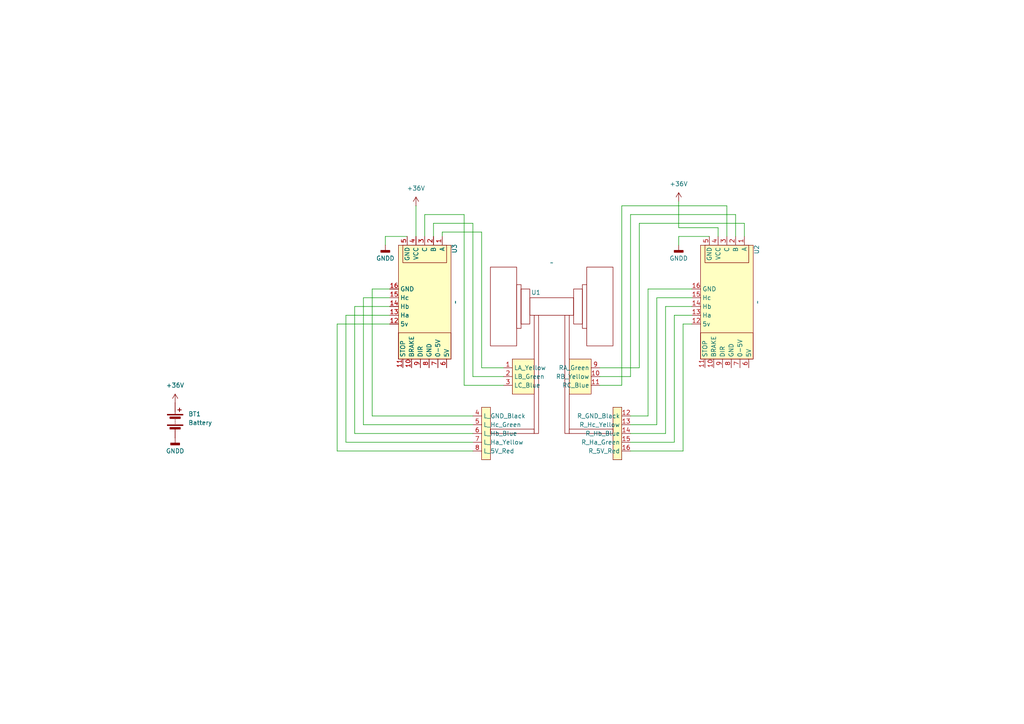
<source format=kicad_sch>
(kicad_sch
	(version 20231120)
	(generator "eeschema")
	(generator_version "8.0")
	(uuid "2cb1c0e0-587f-4d8b-8b6d-901ce270f5f3")
	(paper "A4")
	(lib_symbols
		(symbol "Device:Battery"
			(pin_numbers hide)
			(pin_names
				(offset 0) hide)
			(exclude_from_sim no)
			(in_bom yes)
			(on_board yes)
			(property "Reference" "BT"
				(at 2.54 2.54 0)
				(effects
					(font
						(size 1.27 1.27)
					)
					(justify left)
				)
			)
			(property "Value" "Battery"
				(at 2.54 0 0)
				(effects
					(font
						(size 1.27 1.27)
					)
					(justify left)
				)
			)
			(property "Footprint" ""
				(at 0 1.524 90)
				(effects
					(font
						(size 1.27 1.27)
					)
					(hide yes)
				)
			)
			(property "Datasheet" "~"
				(at 0 1.524 90)
				(effects
					(font
						(size 1.27 1.27)
					)
					(hide yes)
				)
			)
			(property "Description" "Multiple-cell battery"
				(at 0 0 0)
				(effects
					(font
						(size 1.27 1.27)
					)
					(hide yes)
				)
			)
			(property "ki_keywords" "batt voltage-source cell"
				(at 0 0 0)
				(effects
					(font
						(size 1.27 1.27)
					)
					(hide yes)
				)
			)
			(symbol "Battery_0_1"
				(rectangle
					(start -2.286 -1.27)
					(end 2.286 -1.524)
					(stroke
						(width 0)
						(type default)
					)
					(fill
						(type outline)
					)
				)
				(rectangle
					(start -2.286 1.778)
					(end 2.286 1.524)
					(stroke
						(width 0)
						(type default)
					)
					(fill
						(type outline)
					)
				)
				(rectangle
					(start -1.524 -2.032)
					(end 1.524 -2.54)
					(stroke
						(width 0)
						(type default)
					)
					(fill
						(type outline)
					)
				)
				(rectangle
					(start -1.524 1.016)
					(end 1.524 0.508)
					(stroke
						(width 0)
						(type default)
					)
					(fill
						(type outline)
					)
				)
				(polyline
					(pts
						(xy 0 -1.016) (xy 0 -0.762)
					)
					(stroke
						(width 0)
						(type default)
					)
					(fill
						(type none)
					)
				)
				(polyline
					(pts
						(xy 0 -0.508) (xy 0 -0.254)
					)
					(stroke
						(width 0)
						(type default)
					)
					(fill
						(type none)
					)
				)
				(polyline
					(pts
						(xy 0 0) (xy 0 0.254)
					)
					(stroke
						(width 0)
						(type default)
					)
					(fill
						(type none)
					)
				)
				(polyline
					(pts
						(xy 0 1.778) (xy 0 2.54)
					)
					(stroke
						(width 0)
						(type default)
					)
					(fill
						(type none)
					)
				)
				(polyline
					(pts
						(xy 0.762 3.048) (xy 1.778 3.048)
					)
					(stroke
						(width 0.254)
						(type default)
					)
					(fill
						(type none)
					)
				)
				(polyline
					(pts
						(xy 1.27 3.556) (xy 1.27 2.54)
					)
					(stroke
						(width 0.254)
						(type default)
					)
					(fill
						(type none)
					)
				)
			)
			(symbol "Battery_1_1"
				(pin passive line
					(at 0 5.08 270)
					(length 2.54)
					(name "+"
						(effects
							(font
								(size 1.27 1.27)
							)
						)
					)
					(number "1"
						(effects
							(font
								(size 1.27 1.27)
							)
						)
					)
				)
				(pin passive line
					(at 0 -5.08 90)
					(length 2.54)
					(name "-"
						(effects
							(font
								(size 1.27 1.27)
							)
						)
					)
					(number "2"
						(effects
							(font
								(size 1.27 1.27)
							)
						)
					)
				)
			)
		)
		(symbol "power:+36V"
			(power)
			(pin_numbers hide)
			(pin_names
				(offset 0) hide)
			(exclude_from_sim no)
			(in_bom yes)
			(on_board yes)
			(property "Reference" "#PWR"
				(at 0 -3.81 0)
				(effects
					(font
						(size 1.27 1.27)
					)
					(hide yes)
				)
			)
			(property "Value" "+36V"
				(at 0 3.556 0)
				(effects
					(font
						(size 1.27 1.27)
					)
				)
			)
			(property "Footprint" ""
				(at 0 0 0)
				(effects
					(font
						(size 1.27 1.27)
					)
					(hide yes)
				)
			)
			(property "Datasheet" ""
				(at 0 0 0)
				(effects
					(font
						(size 1.27 1.27)
					)
					(hide yes)
				)
			)
			(property "Description" "Power symbol creates a global label with name \"+36V\""
				(at 0 0 0)
				(effects
					(font
						(size 1.27 1.27)
					)
					(hide yes)
				)
			)
			(property "ki_keywords" "global power"
				(at 0 0 0)
				(effects
					(font
						(size 1.27 1.27)
					)
					(hide yes)
				)
			)
			(symbol "+36V_0_1"
				(polyline
					(pts
						(xy -0.762 1.27) (xy 0 2.54)
					)
					(stroke
						(width 0)
						(type default)
					)
					(fill
						(type none)
					)
				)
				(polyline
					(pts
						(xy 0 0) (xy 0 2.54)
					)
					(stroke
						(width 0)
						(type default)
					)
					(fill
						(type none)
					)
				)
				(polyline
					(pts
						(xy 0 2.54) (xy 0.762 1.27)
					)
					(stroke
						(width 0)
						(type default)
					)
					(fill
						(type none)
					)
				)
			)
			(symbol "+36V_1_1"
				(pin power_in line
					(at 0 0 90)
					(length 0)
					(name "~"
						(effects
							(font
								(size 1.27 1.27)
							)
						)
					)
					(number "1"
						(effects
							(font
								(size 1.27 1.27)
							)
						)
					)
				)
			)
		)
		(symbol "power:GNDD"
			(power)
			(pin_numbers hide)
			(pin_names
				(offset 0) hide)
			(exclude_from_sim no)
			(in_bom yes)
			(on_board yes)
			(property "Reference" "#PWR"
				(at 0 -6.35 0)
				(effects
					(font
						(size 1.27 1.27)
					)
					(hide yes)
				)
			)
			(property "Value" "GNDD"
				(at 0 -3.175 0)
				(effects
					(font
						(size 1.27 1.27)
					)
				)
			)
			(property "Footprint" ""
				(at 0 0 0)
				(effects
					(font
						(size 1.27 1.27)
					)
					(hide yes)
				)
			)
			(property "Datasheet" ""
				(at 0 0 0)
				(effects
					(font
						(size 1.27 1.27)
					)
					(hide yes)
				)
			)
			(property "Description" "Power symbol creates a global label with name \"GNDD\" , digital ground"
				(at 0 0 0)
				(effects
					(font
						(size 1.27 1.27)
					)
					(hide yes)
				)
			)
			(property "ki_keywords" "global power"
				(at 0 0 0)
				(effects
					(font
						(size 1.27 1.27)
					)
					(hide yes)
				)
			)
			(symbol "GNDD_0_1"
				(rectangle
					(start -1.27 -1.524)
					(end 1.27 -2.032)
					(stroke
						(width 0.254)
						(type default)
					)
					(fill
						(type outline)
					)
				)
				(polyline
					(pts
						(xy 0 0) (xy 0 -1.524)
					)
					(stroke
						(width 0)
						(type default)
					)
					(fill
						(type none)
					)
				)
			)
			(symbol "GNDD_1_1"
				(pin power_in line
					(at 0 0 270)
					(length 0)
					(name "~"
						(effects
							(font
								(size 1.27 1.27)
							)
						)
					)
					(number "1"
						(effects
							(font
								(size 1.27 1.27)
							)
						)
					)
				)
			)
		)
		(symbol "skateboard_files:Skate_BLDC"
			(exclude_from_sim no)
			(in_bom yes)
			(on_board yes)
			(property "Reference" "U"
				(at -2.794 5.334 0)
				(effects
					(font
						(size 1.27 1.27)
					)
				)
			)
			(property "Value" ""
				(at 0 -2.54 0)
				(effects
					(font
						(size 1.27 1.27)
					)
				)
			)
			(property "Footprint" ""
				(at 0 -2.54 0)
				(effects
					(font
						(size 1.27 1.27)
					)
					(hide yes)
				)
			)
			(property "Datasheet" ""
				(at 0 -2.54 0)
				(effects
					(font
						(size 1.27 1.27)
					)
					(hide yes)
				)
			)
			(property "Description" ""
				(at 0 -2.54 0)
				(effects
					(font
						(size 1.27 1.27)
					)
					(hide yes)
				)
			)
			(symbol "Skate_BLDC_0_1"
				(rectangle
					(start -17.78 -35.56)
					(end -5.08 -36.83)
					(stroke
						(width 0)
						(type default)
					)
					(fill
						(type none)
					)
				)
				(rectangle
					(start -17.78 11.43)
					(end -10.16 -11.43)
					(stroke
						(width 0)
						(type default)
					)
					(fill
						(type none)
					)
				)
				(rectangle
					(start -10.16 6.35)
					(end -8.89 -6.35)
					(stroke
						(width 0)
						(type default)
					)
					(fill
						(type none)
					)
				)
				(rectangle
					(start -8.89 5.08)
					(end -6.35 -5.08)
					(stroke
						(width 0)
						(type default)
					)
					(fill
						(type none)
					)
				)
				(rectangle
					(start -6.35 2.54)
					(end 6.35 -2.54)
					(stroke
						(width 0)
						(type default)
					)
					(fill
						(type none)
					)
				)
				(rectangle
					(start 5.08 -35.56)
					(end 17.78 -36.83)
					(stroke
						(width 0)
						(type default)
					)
					(fill
						(type none)
					)
				)
				(rectangle
					(start 6.35 5.08)
					(end 8.89 -5.08)
					(stroke
						(width 0)
						(type default)
					)
					(fill
						(type none)
					)
				)
				(rectangle
					(start 8.89 6.35)
					(end 10.16 -6.35)
					(stroke
						(width 0)
						(type default)
					)
					(fill
						(type none)
					)
				)
				(rectangle
					(start 10.16 11.43)
					(end 17.78 -11.43)
					(stroke
						(width 0)
						(type default)
					)
					(fill
						(type none)
					)
				)
			)
			(symbol "Skate_BLDC_1_1"
				(rectangle
					(start -20.32 -29.21)
					(end -17.78 -44.45)
					(stroke
						(width 0)
						(type default)
					)
					(fill
						(type background)
					)
				)
				(rectangle
					(start -11.43 -15.24)
					(end -5.08 -25.4)
					(stroke
						(width 0)
						(type default)
					)
					(fill
						(type background)
					)
				)
				(rectangle
					(start -5.08 -2.54)
					(end -3.81 -36.83)
					(stroke
						(width 0)
						(type default)
					)
					(fill
						(type none)
					)
				)
				(rectangle
					(start 3.81 -2.54)
					(end 5.08 -36.83)
					(stroke
						(width 0)
						(type default)
					)
					(fill
						(type none)
					)
				)
				(rectangle
					(start 5.08 -15.24)
					(end 11.43 -25.4)
					(stroke
						(width 0)
						(type default)
					)
					(fill
						(type background)
					)
				)
				(rectangle
					(start 17.78 -29.21)
					(end 20.32 -44.45)
					(stroke
						(width 0)
						(type default)
					)
					(fill
						(type background)
					)
				)
				(pin bidirectional line
					(at -13.97 -17.78 0)
					(length 2.54)
					(name "LA_Yellow"
						(effects
							(font
								(size 1.27 1.27)
							)
						)
					)
					(number "1"
						(effects
							(font
								(size 1.27 1.27)
							)
						)
					)
				)
				(pin bidirectional line
					(at 13.97 -20.32 180)
					(length 2.54)
					(name "RB_Yellow"
						(effects
							(font
								(size 1.27 1.27)
							)
						)
					)
					(number "10"
						(effects
							(font
								(size 1.27 1.27)
							)
						)
					)
				)
				(pin bidirectional line
					(at 13.97 -22.86 180)
					(length 2.54)
					(name "RC_Blue"
						(effects
							(font
								(size 1.27 1.27)
							)
						)
					)
					(number "11"
						(effects
							(font
								(size 1.27 1.27)
							)
						)
					)
				)
				(pin bidirectional line
					(at 22.86 -31.75 180)
					(length 2.54)
					(name "R_GND_Black"
						(effects
							(font
								(size 1.27 1.27)
							)
						)
					)
					(number "12"
						(effects
							(font
								(size 1.27 1.27)
							)
						)
					)
				)
				(pin bidirectional line
					(at 22.86 -34.29 180)
					(length 2.54)
					(name "R_Hc_Yellow"
						(effects
							(font
								(size 1.27 1.27)
							)
						)
					)
					(number "13"
						(effects
							(font
								(size 1.27 1.27)
							)
						)
					)
				)
				(pin bidirectional line
					(at 22.86 -36.83 180)
					(length 2.54)
					(name "R_Hb_Blue"
						(effects
							(font
								(size 1.27 1.27)
							)
						)
					)
					(number "14"
						(effects
							(font
								(size 1.27 1.27)
							)
						)
					)
				)
				(pin bidirectional line
					(at 22.86 -39.37 180)
					(length 2.54)
					(name "R_Ha_Green"
						(effects
							(font
								(size 1.27 1.27)
							)
						)
					)
					(number "15"
						(effects
							(font
								(size 1.27 1.27)
							)
						)
					)
				)
				(pin bidirectional line
					(at 22.86 -41.91 180)
					(length 2.54)
					(name "R_5V_Red"
						(effects
							(font
								(size 1.27 1.27)
							)
						)
					)
					(number "16"
						(effects
							(font
								(size 1.27 1.27)
							)
						)
					)
				)
				(pin bidirectional line
					(at -13.97 -20.32 0)
					(length 2.54)
					(name "LB_Green"
						(effects
							(font
								(size 1.27 1.27)
							)
						)
					)
					(number "2"
						(effects
							(font
								(size 1.27 1.27)
							)
						)
					)
				)
				(pin bidirectional line
					(at -13.97 -22.86 0)
					(length 2.54)
					(name "LC_Blue"
						(effects
							(font
								(size 1.27 1.27)
							)
						)
					)
					(number "3"
						(effects
							(font
								(size 1.27 1.27)
							)
						)
					)
				)
				(pin bidirectional line
					(at -22.86 -31.75 0)
					(length 2.54)
					(name "L_GND_Black"
						(effects
							(font
								(size 1.27 1.27)
							)
						)
					)
					(number "4"
						(effects
							(font
								(size 1.27 1.27)
							)
						)
					)
				)
				(pin bidirectional line
					(at -22.86 -34.29 0)
					(length 2.54)
					(name "L_Hc_Green"
						(effects
							(font
								(size 1.27 1.27)
							)
						)
					)
					(number "5"
						(effects
							(font
								(size 1.27 1.27)
							)
						)
					)
				)
				(pin bidirectional line
					(at -22.86 -36.83 0)
					(length 2.54)
					(name "L_Hb_Blue"
						(effects
							(font
								(size 1.27 1.27)
							)
						)
					)
					(number "6"
						(effects
							(font
								(size 1.27 1.27)
							)
						)
					)
				)
				(pin bidirectional line
					(at -22.86 -39.37 0)
					(length 2.54)
					(name "L_Ha_Yellow"
						(effects
							(font
								(size 1.27 1.27)
							)
						)
					)
					(number "7"
						(effects
							(font
								(size 1.27 1.27)
							)
						)
					)
				)
				(pin bidirectional line
					(at -22.86 -41.91 0)
					(length 2.54)
					(name "L_5V_Red"
						(effects
							(font
								(size 1.27 1.27)
							)
						)
					)
					(number "8"
						(effects
							(font
								(size 1.27 1.27)
							)
						)
					)
				)
				(pin bidirectional line
					(at 13.97 -17.78 180)
					(length 2.54)
					(name "RA_Green"
						(effects
							(font
								(size 1.27 1.27)
							)
						)
					)
					(number "9"
						(effects
							(font
								(size 1.27 1.27)
							)
						)
					)
				)
			)
		)
		(symbol "skateboard_files:ZS-X11H_V2"
			(exclude_from_sim no)
			(in_bom yes)
			(on_board yes)
			(property "Reference" "U"
				(at -13.208 8.89 0)
				(effects
					(font
						(size 1.27 1.27)
					)
				)
			)
			(property "Value" ""
				(at -7.62 0 0)
				(effects
					(font
						(size 1.27 1.27)
					)
				)
			)
			(property "Footprint" ""
				(at -7.62 0 0)
				(effects
					(font
						(size 1.27 1.27)
					)
					(hide yes)
				)
			)
			(property "Datasheet" ""
				(at -7.62 0 0)
				(effects
					(font
						(size 1.27 1.27)
					)
					(hide yes)
				)
			)
			(property "Description" ""
				(at -7.62 0 0)
				(effects
					(font
						(size 1.27 1.27)
					)
					(hide yes)
				)
			)
			(symbol "ZS-X11H_V2_1_1"
				(rectangle
					(start -15.24 6.35)
					(end -10.16 -6.35)
					(stroke
						(width 0)
						(type default)
					)
					(fill
						(type none)
					)
				)
				(rectangle
					(start -15.24 7.62)
					(end 17.78 -7.62)
					(stroke
						(width 0)
						(type default)
					)
					(fill
						(type background)
					)
				)
				(rectangle
					(start 17.78 7.62)
					(end 10.16 -7.62)
					(stroke
						(width 0)
						(type default)
					)
					(fill
						(type none)
					)
				)
				(pin bidirectional line
					(at -17.78 5.08 0)
					(length 2.54)
					(name "A"
						(effects
							(font
								(size 1.27 1.27)
							)
						)
					)
					(number "1"
						(effects
							(font
								(size 1.27 1.27)
							)
						)
					)
				)
				(pin bidirectional line
					(at 20.32 -3.81 180)
					(length 2.54)
					(name "BRAKE"
						(effects
							(font
								(size 1.27 1.27)
							)
						)
					)
					(number "10"
						(effects
							(font
								(size 1.27 1.27)
							)
						)
					)
				)
				(pin bidirectional line
					(at 20.32 -6.35 180)
					(length 2.54)
					(name "STOP"
						(effects
							(font
								(size 1.27 1.27)
							)
						)
					)
					(number "11"
						(effects
							(font
								(size 1.27 1.27)
							)
						)
					)
				)
				(pin bidirectional line
					(at 7.62 -10.16 90)
					(length 2.54)
					(name "5v"
						(effects
							(font
								(size 1.27 1.27)
							)
						)
					)
					(number "12"
						(effects
							(font
								(size 1.27 1.27)
							)
						)
					)
				)
				(pin bidirectional line
					(at 5.08 -10.16 90)
					(length 2.54)
					(name "Ha"
						(effects
							(font
								(size 1.27 1.27)
							)
						)
					)
					(number "13"
						(effects
							(font
								(size 1.27 1.27)
							)
						)
					)
				)
				(pin bidirectional line
					(at 2.54 -10.16 90)
					(length 2.54)
					(name "Hb"
						(effects
							(font
								(size 1.27 1.27)
							)
						)
					)
					(number "14"
						(effects
							(font
								(size 1.27 1.27)
							)
						)
					)
				)
				(pin bidirectional line
					(at 0 -10.16 90)
					(length 2.54)
					(name "Hc"
						(effects
							(font
								(size 1.27 1.27)
							)
						)
					)
					(number "15"
						(effects
							(font
								(size 1.27 1.27)
							)
						)
					)
				)
				(pin bidirectional line
					(at -2.54 -10.16 90)
					(length 2.54)
					(name "GND"
						(effects
							(font
								(size 1.27 1.27)
							)
						)
					)
					(number "16"
						(effects
							(font
								(size 1.27 1.27)
							)
						)
					)
				)
				(pin bidirectional line
					(at -17.78 2.54 0)
					(length 2.54)
					(name "B"
						(effects
							(font
								(size 1.27 1.27)
							)
						)
					)
					(number "2"
						(effects
							(font
								(size 1.27 1.27)
							)
						)
					)
				)
				(pin bidirectional line
					(at -17.78 0 0)
					(length 2.54)
					(name "C"
						(effects
							(font
								(size 1.27 1.27)
							)
						)
					)
					(number "3"
						(effects
							(font
								(size 1.27 1.27)
							)
						)
					)
				)
				(pin bidirectional line
					(at -17.78 -2.54 0)
					(length 2.54)
					(name "VCC"
						(effects
							(font
								(size 1.27 1.27)
							)
						)
					)
					(number "4"
						(effects
							(font
								(size 1.27 1.27)
							)
						)
					)
				)
				(pin bidirectional line
					(at -17.78 -5.08 0)
					(length 2.54)
					(name "GND"
						(effects
							(font
								(size 1.27 1.27)
							)
						)
					)
					(number "5"
						(effects
							(font
								(size 1.27 1.27)
							)
						)
					)
				)
				(pin bidirectional line
					(at 20.32 6.35 180)
					(length 2.54)
					(name "5V"
						(effects
							(font
								(size 1.27 1.27)
							)
						)
					)
					(number "6"
						(effects
							(font
								(size 1.27 1.27)
							)
						)
					)
				)
				(pin bidirectional line
					(at 20.32 3.81 180)
					(length 2.54)
					(name "0-5V"
						(effects
							(font
								(size 1.27 1.27)
							)
						)
					)
					(number "7"
						(effects
							(font
								(size 1.27 1.27)
							)
						)
					)
				)
				(pin bidirectional line
					(at 20.32 1.27 180)
					(length 2.54)
					(name "GND"
						(effects
							(font
								(size 1.27 1.27)
							)
						)
					)
					(number "8"
						(effects
							(font
								(size 1.27 1.27)
							)
						)
					)
				)
				(pin bidirectional line
					(at 20.32 -1.27 180)
					(length 2.54)
					(name "DIR"
						(effects
							(font
								(size 1.27 1.27)
							)
						)
					)
					(number "9"
						(effects
							(font
								(size 1.27 1.27)
							)
						)
					)
				)
			)
		)
	)
	(wire
		(pts
			(xy 213.36 62.23) (xy 213.36 68.58)
		)
		(stroke
			(width 0)
			(type default)
		)
		(uuid "0075e098-48fa-4cfe-be81-8896cf900335")
	)
	(wire
		(pts
			(xy 190.5 123.19) (xy 190.5 86.36)
		)
		(stroke
			(width 0)
			(type default)
		)
		(uuid "041c0187-f507-408e-94c6-c716480b32fc")
	)
	(wire
		(pts
			(xy 173.99 111.76) (xy 180.34 111.76)
		)
		(stroke
			(width 0)
			(type default)
		)
		(uuid "0963feeb-521e-4fd2-a994-1132942df164")
	)
	(wire
		(pts
			(xy 134.62 62.23) (xy 123.19 62.23)
		)
		(stroke
			(width 0)
			(type default)
		)
		(uuid "0c24acb8-f119-4aae-bf46-859031c32659")
	)
	(wire
		(pts
			(xy 97.79 130.81) (xy 137.16 130.81)
		)
		(stroke
			(width 0)
			(type default)
		)
		(uuid "0c44b86e-c652-45d8-8204-cf1e01747b4f")
	)
	(wire
		(pts
			(xy 196.85 68.58) (xy 196.85 71.12)
		)
		(stroke
			(width 0)
			(type default)
		)
		(uuid "0f46c618-001a-4a38-96f5-769e247998ad")
	)
	(wire
		(pts
			(xy 100.33 128.27) (xy 137.16 128.27)
		)
		(stroke
			(width 0)
			(type default)
		)
		(uuid "104b378e-ed61-4f6a-aa82-5dc27db2b7ba")
	)
	(wire
		(pts
			(xy 182.88 125.73) (xy 193.04 125.73)
		)
		(stroke
			(width 0)
			(type default)
		)
		(uuid "12279d8a-f39b-402d-9542-0bbdf241e74e")
	)
	(wire
		(pts
			(xy 113.03 93.98) (xy 97.79 93.98)
		)
		(stroke
			(width 0)
			(type default)
		)
		(uuid "1ea7de24-3166-475e-8a95-b055763e91a7")
	)
	(wire
		(pts
			(xy 200.66 83.82) (xy 187.96 83.82)
		)
		(stroke
			(width 0)
			(type default)
		)
		(uuid "1fdc6c40-0725-47d8-9295-1c29565e0ed9")
	)
	(wire
		(pts
			(xy 180.34 111.76) (xy 180.34 59.69)
		)
		(stroke
			(width 0)
			(type default)
		)
		(uuid "21930cb2-eebc-45ed-b371-c958898efacb")
	)
	(wire
		(pts
			(xy 128.27 67.31) (xy 139.7 67.31)
		)
		(stroke
			(width 0)
			(type default)
		)
		(uuid "29021aca-5ff9-4056-806c-90cfd5fd0229")
	)
	(wire
		(pts
			(xy 195.58 91.44) (xy 195.58 128.27)
		)
		(stroke
			(width 0)
			(type default)
		)
		(uuid "2d43d653-8e5e-4e11-9396-c875f3c95df6")
	)
	(wire
		(pts
			(xy 182.88 109.22) (xy 182.88 62.23)
		)
		(stroke
			(width 0)
			(type default)
		)
		(uuid "318fc39a-740c-49ab-a401-14fc890648ce")
	)
	(wire
		(pts
			(xy 100.33 91.44) (xy 100.33 128.27)
		)
		(stroke
			(width 0)
			(type default)
		)
		(uuid "31f60faf-1949-4a26-96e4-fa8a978269cd")
	)
	(wire
		(pts
			(xy 113.03 91.44) (xy 100.33 91.44)
		)
		(stroke
			(width 0)
			(type default)
		)
		(uuid "394929de-c075-4fce-b7bb-9e892f4add46")
	)
	(wire
		(pts
			(xy 182.88 123.19) (xy 190.5 123.19)
		)
		(stroke
			(width 0)
			(type default)
		)
		(uuid "3b3700b1-aa91-4be4-8931-76ddb197d8fd")
	)
	(wire
		(pts
			(xy 139.7 106.68) (xy 146.05 106.68)
		)
		(stroke
			(width 0)
			(type default)
		)
		(uuid "3b5ef45b-477b-471d-9fb7-ff4f5cc3ea6b")
	)
	(wire
		(pts
			(xy 128.27 67.31) (xy 128.27 68.58)
		)
		(stroke
			(width 0)
			(type default)
		)
		(uuid "3ba03138-d6ae-464c-9da1-0463db9a8827")
	)
	(wire
		(pts
			(xy 205.74 68.58) (xy 196.85 68.58)
		)
		(stroke
			(width 0)
			(type default)
		)
		(uuid "481d3644-44e8-4375-b69b-66ec5ffb0a60")
	)
	(wire
		(pts
			(xy 193.04 88.9) (xy 200.66 88.9)
		)
		(stroke
			(width 0)
			(type default)
		)
		(uuid "4dba18a7-ac9b-48a5-99d1-fc67f31ca616")
	)
	(wire
		(pts
			(xy 196.85 66.04) (xy 196.85 58.42)
		)
		(stroke
			(width 0)
			(type default)
		)
		(uuid "5eea3d0b-f124-454d-bc3a-c758b35678a4")
	)
	(wire
		(pts
			(xy 193.04 125.73) (xy 193.04 88.9)
		)
		(stroke
			(width 0)
			(type default)
		)
		(uuid "5f8c842b-c1e4-44dd-b5cd-d2b711f2c5ed")
	)
	(wire
		(pts
			(xy 120.65 59.69) (xy 120.65 68.58)
		)
		(stroke
			(width 0)
			(type default)
		)
		(uuid "73a8f9cf-8810-4c55-b0fe-34c8da2864d2")
	)
	(wire
		(pts
			(xy 185.42 64.77) (xy 215.9 64.77)
		)
		(stroke
			(width 0)
			(type default)
		)
		(uuid "74ce9d3f-6158-4c46-89b0-3a84c9df791c")
	)
	(wire
		(pts
			(xy 137.16 109.22) (xy 146.05 109.22)
		)
		(stroke
			(width 0)
			(type default)
		)
		(uuid "76e6ad53-a8e3-4aa4-808f-3c902de933b3")
	)
	(wire
		(pts
			(xy 118.11 68.58) (xy 111.76 68.58)
		)
		(stroke
			(width 0)
			(type default)
		)
		(uuid "79cace4d-0e4e-4a91-abb1-4751830a8deb")
	)
	(wire
		(pts
			(xy 113.03 86.36) (xy 105.41 86.36)
		)
		(stroke
			(width 0)
			(type default)
		)
		(uuid "7dbf59af-86f9-49c2-8753-83224ef7c280")
	)
	(wire
		(pts
			(xy 185.42 106.68) (xy 185.42 64.77)
		)
		(stroke
			(width 0)
			(type default)
		)
		(uuid "823882f7-de8a-44ce-8f26-a2cfc13e6a02")
	)
	(wire
		(pts
			(xy 195.58 128.27) (xy 182.88 128.27)
		)
		(stroke
			(width 0)
			(type default)
		)
		(uuid "84a809db-7213-413c-b335-39a20916a372")
	)
	(wire
		(pts
			(xy 198.12 130.81) (xy 198.12 93.98)
		)
		(stroke
			(width 0)
			(type default)
		)
		(uuid "8804904d-9379-4a40-819e-a5059791c748")
	)
	(wire
		(pts
			(xy 123.19 62.23) (xy 123.19 68.58)
		)
		(stroke
			(width 0)
			(type default)
		)
		(uuid "892212fc-908d-491d-9e55-82474d39708f")
	)
	(wire
		(pts
			(xy 187.96 83.82) (xy 187.96 120.65)
		)
		(stroke
			(width 0)
			(type default)
		)
		(uuid "8b8e9848-465e-46b2-b3eb-adfc380fcfb4")
	)
	(wire
		(pts
			(xy 125.73 64.77) (xy 125.73 68.58)
		)
		(stroke
			(width 0)
			(type default)
		)
		(uuid "8e1a8bc2-9d4d-4694-84ad-731bca076e90")
	)
	(wire
		(pts
			(xy 200.66 91.44) (xy 195.58 91.44)
		)
		(stroke
			(width 0)
			(type default)
		)
		(uuid "91eb8ac7-e1fe-4697-935e-2cfccc868591")
	)
	(wire
		(pts
			(xy 107.95 120.65) (xy 137.16 120.65)
		)
		(stroke
			(width 0)
			(type default)
		)
		(uuid "92d524b3-026e-437d-8e4b-544146409d7f")
	)
	(wire
		(pts
			(xy 208.28 66.04) (xy 208.28 68.58)
		)
		(stroke
			(width 0)
			(type default)
		)
		(uuid "9540fed9-705d-4dcb-9bdb-25723bfb5f45")
	)
	(wire
		(pts
			(xy 173.99 109.22) (xy 182.88 109.22)
		)
		(stroke
			(width 0)
			(type default)
		)
		(uuid "97ab89aa-cf84-4573-86ed-203ea6b47937")
	)
	(wire
		(pts
			(xy 190.5 86.36) (xy 200.66 86.36)
		)
		(stroke
			(width 0)
			(type default)
		)
		(uuid "98fb56cf-9a20-4df5-817c-3e43e3a6f557")
	)
	(wire
		(pts
			(xy 102.87 88.9) (xy 102.87 125.73)
		)
		(stroke
			(width 0)
			(type default)
		)
		(uuid "a02f3459-e513-49f0-9c40-13f7bafb1006")
	)
	(wire
		(pts
			(xy 182.88 130.81) (xy 198.12 130.81)
		)
		(stroke
			(width 0)
			(type default)
		)
		(uuid "a308c45c-5360-4f3a-a049-e2b7e2e6c726")
	)
	(wire
		(pts
			(xy 208.28 66.04) (xy 196.85 66.04)
		)
		(stroke
			(width 0)
			(type default)
		)
		(uuid "a3cde09a-7b5c-478d-8e1d-3e51d5a81cdb")
	)
	(wire
		(pts
			(xy 134.62 111.76) (xy 146.05 111.76)
		)
		(stroke
			(width 0)
			(type default)
		)
		(uuid "a4710942-af0b-45c5-a60f-8cea33cc4c48")
	)
	(wire
		(pts
			(xy 105.41 123.19) (xy 137.16 123.19)
		)
		(stroke
			(width 0)
			(type default)
		)
		(uuid "a6ac4953-e68c-4352-9aa7-efebb6e062d3")
	)
	(wire
		(pts
			(xy 105.41 86.36) (xy 105.41 123.19)
		)
		(stroke
			(width 0)
			(type default)
		)
		(uuid "a7a9f2b2-851f-4647-b9bf-12856935cb6e")
	)
	(wire
		(pts
			(xy 180.34 59.69) (xy 210.82 59.69)
		)
		(stroke
			(width 0)
			(type default)
		)
		(uuid "afc97823-d0c1-4cc3-a629-3cbeb26ff43d")
	)
	(wire
		(pts
			(xy 113.03 88.9) (xy 102.87 88.9)
		)
		(stroke
			(width 0)
			(type default)
		)
		(uuid "aff6d257-d6a4-4145-b774-1c91ae08f97f")
	)
	(wire
		(pts
			(xy 137.16 109.22) (xy 137.16 64.77)
		)
		(stroke
			(width 0)
			(type default)
		)
		(uuid "b18d80b5-13e0-4217-9e2c-2a66b7f9054c")
	)
	(wire
		(pts
			(xy 182.88 62.23) (xy 213.36 62.23)
		)
		(stroke
			(width 0)
			(type default)
		)
		(uuid "b847d011-f43d-45a3-a55f-23fc24bc3a63")
	)
	(wire
		(pts
			(xy 198.12 93.98) (xy 200.66 93.98)
		)
		(stroke
			(width 0)
			(type default)
		)
		(uuid "b9e6e213-0cbe-4c9a-99c2-9f17a20410bf")
	)
	(wire
		(pts
			(xy 182.88 120.65) (xy 187.96 120.65)
		)
		(stroke
			(width 0)
			(type default)
		)
		(uuid "babac1ca-7c15-494b-8c3f-e4eb863fe9ce")
	)
	(wire
		(pts
			(xy 107.95 83.82) (xy 107.95 120.65)
		)
		(stroke
			(width 0)
			(type default)
		)
		(uuid "c6a21cf5-a7c8-49c3-90bc-80dcd30efe2e")
	)
	(wire
		(pts
			(xy 134.62 111.76) (xy 134.62 62.23)
		)
		(stroke
			(width 0)
			(type default)
		)
		(uuid "cfaf23d5-e91f-40be-af1e-cf5206920a42")
	)
	(wire
		(pts
			(xy 111.76 68.58) (xy 111.76 71.12)
		)
		(stroke
			(width 0)
			(type default)
		)
		(uuid "cffb0cc2-2598-426a-9e6c-4cd31bf818a4")
	)
	(wire
		(pts
			(xy 113.03 83.82) (xy 107.95 83.82)
		)
		(stroke
			(width 0)
			(type default)
		)
		(uuid "df89a31e-6157-464d-affb-b5f79cee0c3c")
	)
	(wire
		(pts
			(xy 210.82 59.69) (xy 210.82 68.58)
		)
		(stroke
			(width 0)
			(type default)
		)
		(uuid "e077c242-f51b-47fb-926d-5403e32793e4")
	)
	(wire
		(pts
			(xy 215.9 64.77) (xy 215.9 68.58)
		)
		(stroke
			(width 0)
			(type default)
		)
		(uuid "e28d1656-3f1f-4a71-8e1b-4bc5e59ad8e1")
	)
	(wire
		(pts
			(xy 102.87 125.73) (xy 137.16 125.73)
		)
		(stroke
			(width 0)
			(type default)
		)
		(uuid "e3fa28e7-2923-4cc7-8b8c-9479ad1f5748")
	)
	(wire
		(pts
			(xy 137.16 64.77) (xy 125.73 64.77)
		)
		(stroke
			(width 0)
			(type default)
		)
		(uuid "f31e5634-940a-4d61-b2f4-bd5f7473e67a")
	)
	(wire
		(pts
			(xy 139.7 106.68) (xy 139.7 67.31)
		)
		(stroke
			(width 0)
			(type default)
		)
		(uuid "f59a8345-ed49-46fb-b03d-37f2a50d9d90")
	)
	(wire
		(pts
			(xy 173.99 106.68) (xy 185.42 106.68)
		)
		(stroke
			(width 0)
			(type default)
		)
		(uuid "f74bf025-0953-47f2-955a-c58ce45ae15d")
	)
	(wire
		(pts
			(xy 97.79 93.98) (xy 97.79 130.81)
		)
		(stroke
			(width 0)
			(type default)
		)
		(uuid "f89e764e-d4ac-44c6-9960-cba5c3c12969")
	)
	(symbol
		(lib_id "skateboard_files:ZS-X11H_V2")
		(at 123.19 86.36 270)
		(unit 1)
		(exclude_from_sim no)
		(in_bom yes)
		(on_board yes)
		(dnp no)
		(uuid "292c54fc-36b1-469e-90ce-47031fc3475c")
		(property "Reference" "U3"
			(at 131.826 72.136 0)
			(effects
				(font
					(size 1.27 1.27)
				)
			)
		)
		(property "Value" "~"
			(at 132.08 87.63 0)
			(effects
				(font
					(size 1.27 1.27)
				)
			)
		)
		(property "Footprint" ""
			(at 123.19 78.74 0)
			(effects
				(font
					(size 1.27 1.27)
				)
				(hide yes)
			)
		)
		(property "Datasheet" ""
			(at 123.19 78.74 0)
			(effects
				(font
					(size 1.27 1.27)
				)
				(hide yes)
			)
		)
		(property "Description" ""
			(at 123.19 78.74 0)
			(effects
				(font
					(size 1.27 1.27)
				)
				(hide yes)
			)
		)
		(pin "4"
			(uuid "dc849adc-d3a9-4370-88b4-1fb88dc86e67")
		)
		(pin "10"
			(uuid "3e47b64b-c0c5-4331-8c7b-1efb360b8b01")
		)
		(pin "15"
			(uuid "a53fee34-f6b3-4865-b165-65b5b47c1e38")
		)
		(pin "2"
			(uuid "082805ee-4375-4aef-827e-03dab552e870")
		)
		(pin "5"
			(uuid "5b10119b-0231-4057-aaa7-b41594c2bac7")
		)
		(pin "11"
			(uuid "e9f172d1-effd-485b-b302-70ed28e0280f")
		)
		(pin "6"
			(uuid "e463530c-3b1b-45d6-b97d-decc89773a9a")
		)
		(pin "13"
			(uuid "f93d57d7-0f2f-4369-bab5-2627d9eb7310")
		)
		(pin "1"
			(uuid "6357b3a1-6b18-4efc-946d-72b54b961a75")
		)
		(pin "3"
			(uuid "eddf8bbc-5f85-4d10-9ff3-3e035d6b6cac")
		)
		(pin "9"
			(uuid "f87a7417-a451-464f-9edf-b1964fc27084")
		)
		(pin "12"
			(uuid "1a7a355f-0ea3-46b2-916a-d4cf3d0e0c60")
		)
		(pin "7"
			(uuid "713e9aaf-7871-4ece-976a-1469199adf99")
		)
		(pin "16"
			(uuid "5c589be8-1087-48cf-8707-61b81141daca")
		)
		(pin "14"
			(uuid "9a881530-dbbe-4d19-8143-91e4a2996403")
		)
		(pin "8"
			(uuid "b4eaacef-bed7-46dd-bc69-1b2bdb799a75")
		)
		(instances
			(project "Electro_dyska"
				(path "/2cb1c0e0-587f-4d8b-8b6d-901ce270f5f3"
					(reference "U3")
					(unit 1)
				)
			)
		)
	)
	(symbol
		(lib_id "power:GNDD")
		(at 111.76 71.12 0)
		(unit 1)
		(exclude_from_sim no)
		(in_bom yes)
		(on_board yes)
		(dnp no)
		(fields_autoplaced yes)
		(uuid "3243c088-312b-46ef-bf72-4ecaecf1f01a")
		(property "Reference" "#PWR04"
			(at 111.76 77.47 0)
			(effects
				(font
					(size 1.27 1.27)
				)
				(hide yes)
			)
		)
		(property "Value" "GNDD"
			(at 111.76 74.93 0)
			(effects
				(font
					(size 1.27 1.27)
				)
			)
		)
		(property "Footprint" ""
			(at 111.76 71.12 0)
			(effects
				(font
					(size 1.27 1.27)
				)
				(hide yes)
			)
		)
		(property "Datasheet" ""
			(at 111.76 71.12 0)
			(effects
				(font
					(size 1.27 1.27)
				)
				(hide yes)
			)
		)
		(property "Description" "Power symbol creates a global label with name \"GNDD\" , digital ground"
			(at 111.76 71.12 0)
			(effects
				(font
					(size 1.27 1.27)
				)
				(hide yes)
			)
		)
		(pin "1"
			(uuid "4caeaec8-3c99-4cb2-be81-7774f1ceb6c8")
		)
		(instances
			(project "Electro_dyska"
				(path "/2cb1c0e0-587f-4d8b-8b6d-901ce270f5f3"
					(reference "#PWR04")
					(unit 1)
				)
			)
		)
	)
	(symbol
		(lib_id "skateboard_files:ZS-X11H_V2")
		(at 210.82 86.36 270)
		(unit 1)
		(exclude_from_sim no)
		(in_bom yes)
		(on_board yes)
		(dnp no)
		(uuid "3286e939-7572-4590-8537-ca9553c16f1a")
		(property "Reference" "U2"
			(at 219.456 72.39 0)
			(effects
				(font
					(size 1.27 1.27)
				)
			)
		)
		(property "Value" "~"
			(at 219.71 87.63 0)
			(effects
				(font
					(size 1.27 1.27)
				)
			)
		)
		(property "Footprint" ""
			(at 210.82 78.74 0)
			(effects
				(font
					(size 1.27 1.27)
				)
				(hide yes)
			)
		)
		(property "Datasheet" ""
			(at 210.82 78.74 0)
			(effects
				(font
					(size 1.27 1.27)
				)
				(hide yes)
			)
		)
		(property "Description" ""
			(at 210.82 78.74 0)
			(effects
				(font
					(size 1.27 1.27)
				)
				(hide yes)
			)
		)
		(pin "4"
			(uuid "ff41850f-f60d-436e-8a35-f7ba5d2495c2")
		)
		(pin "10"
			(uuid "4aa69574-e377-48c7-87ff-f7df0d4f912c")
		)
		(pin "15"
			(uuid "3ce7eb14-f0e9-4db4-8ae4-6eb5c16f722b")
		)
		(pin "2"
			(uuid "b150740f-08a8-475f-b0b8-67d100f7dd84")
		)
		(pin "5"
			(uuid "ed922a7a-22a5-49c2-9846-5d98dda55286")
		)
		(pin "11"
			(uuid "3fd23f74-19e1-4235-a5ee-09af48badfbc")
		)
		(pin "6"
			(uuid "516a2575-5887-42cf-8bca-9a270482db57")
		)
		(pin "13"
			(uuid "8498f0f2-07b0-43b6-8146-764a74cbaabe")
		)
		(pin "1"
			(uuid "b919aa95-a3af-4d28-9d05-c30ae3cbc8b1")
		)
		(pin "3"
			(uuid "f21cd2c5-e221-4ff6-98d8-e1d9d3f01789")
		)
		(pin "9"
			(uuid "1bddfb24-796e-43cc-bd94-2f5b75bd10a0")
		)
		(pin "12"
			(uuid "125ea421-b0f9-4c85-82a8-dedcd810e6bb")
		)
		(pin "7"
			(uuid "072f2080-791d-4b85-bc15-f2c484ff5adf")
		)
		(pin "16"
			(uuid "07418ed1-b5f2-42da-bf38-5df2255bc463")
		)
		(pin "14"
			(uuid "d1b8d360-bbe1-4079-9b84-718e768c7d8f")
		)
		(pin "8"
			(uuid "3b4ac34b-2515-4206-927f-00f13b0bcd62")
		)
		(instances
			(project ""
				(path "/2cb1c0e0-587f-4d8b-8b6d-901ce270f5f3"
					(reference "U2")
					(unit 1)
				)
			)
		)
	)
	(symbol
		(lib_id "power:+36V")
		(at 50.8 116.84 0)
		(unit 1)
		(exclude_from_sim no)
		(in_bom yes)
		(on_board yes)
		(dnp no)
		(fields_autoplaced yes)
		(uuid "4368ccac-25a1-4595-83a1-3a96d8bb0023")
		(property "Reference" "#PWR01"
			(at 50.8 120.65 0)
			(effects
				(font
					(size 1.27 1.27)
				)
				(hide yes)
			)
		)
		(property "Value" "+36V"
			(at 50.8 111.76 0)
			(effects
				(font
					(size 1.27 1.27)
				)
			)
		)
		(property "Footprint" ""
			(at 50.8 116.84 0)
			(effects
				(font
					(size 1.27 1.27)
				)
				(hide yes)
			)
		)
		(property "Datasheet" ""
			(at 50.8 116.84 0)
			(effects
				(font
					(size 1.27 1.27)
				)
				(hide yes)
			)
		)
		(property "Description" "Power symbol creates a global label with name \"+36V\""
			(at 50.8 116.84 0)
			(effects
				(font
					(size 1.27 1.27)
				)
				(hide yes)
			)
		)
		(pin "1"
			(uuid "a0ebfaf4-0ca2-4057-b0b3-0d1da0b223e6")
		)
		(instances
			(project ""
				(path "/2cb1c0e0-587f-4d8b-8b6d-901ce270f5f3"
					(reference "#PWR01")
					(unit 1)
				)
			)
		)
	)
	(symbol
		(lib_id "power:+36V")
		(at 196.85 58.42 0)
		(unit 1)
		(exclude_from_sim no)
		(in_bom yes)
		(on_board yes)
		(dnp no)
		(fields_autoplaced yes)
		(uuid "544d67b8-067d-478a-8a5c-e7d0d779372e")
		(property "Reference" "#PWR05"
			(at 196.85 62.23 0)
			(effects
				(font
					(size 1.27 1.27)
				)
				(hide yes)
			)
		)
		(property "Value" "+36V"
			(at 196.85 53.34 0)
			(effects
				(font
					(size 1.27 1.27)
				)
			)
		)
		(property "Footprint" ""
			(at 196.85 58.42 0)
			(effects
				(font
					(size 1.27 1.27)
				)
				(hide yes)
			)
		)
		(property "Datasheet" ""
			(at 196.85 58.42 0)
			(effects
				(font
					(size 1.27 1.27)
				)
				(hide yes)
			)
		)
		(property "Description" "Power symbol creates a global label with name \"+36V\""
			(at 196.85 58.42 0)
			(effects
				(font
					(size 1.27 1.27)
				)
				(hide yes)
			)
		)
		(pin "1"
			(uuid "0388ec98-de88-41ae-8c3a-a35b253b6de3")
		)
		(instances
			(project "Electro_dyska"
				(path "/2cb1c0e0-587f-4d8b-8b6d-901ce270f5f3"
					(reference "#PWR05")
					(unit 1)
				)
			)
		)
	)
	(symbol
		(lib_id "power:+36V")
		(at 120.65 59.69 0)
		(unit 1)
		(exclude_from_sim no)
		(in_bom yes)
		(on_board yes)
		(dnp no)
		(fields_autoplaced yes)
		(uuid "5a3806ec-b001-45ef-b689-6fa64949eb80")
		(property "Reference" "#PWR03"
			(at 120.65 63.5 0)
			(effects
				(font
					(size 1.27 1.27)
				)
				(hide yes)
			)
		)
		(property "Value" "+36V"
			(at 120.65 54.61 0)
			(effects
				(font
					(size 1.27 1.27)
				)
			)
		)
		(property "Footprint" ""
			(at 120.65 59.69 0)
			(effects
				(font
					(size 1.27 1.27)
				)
				(hide yes)
			)
		)
		(property "Datasheet" ""
			(at 120.65 59.69 0)
			(effects
				(font
					(size 1.27 1.27)
				)
				(hide yes)
			)
		)
		(property "Description" "Power symbol creates a global label with name \"+36V\""
			(at 120.65 59.69 0)
			(effects
				(font
					(size 1.27 1.27)
				)
				(hide yes)
			)
		)
		(pin "1"
			(uuid "012134ed-001c-4e3a-a925-dd6d9f9e2a64")
		)
		(instances
			(project "Electro_dyska"
				(path "/2cb1c0e0-587f-4d8b-8b6d-901ce270f5f3"
					(reference "#PWR03")
					(unit 1)
				)
			)
		)
	)
	(symbol
		(lib_id "power:GNDD")
		(at 50.8 127 0)
		(unit 1)
		(exclude_from_sim no)
		(in_bom yes)
		(on_board yes)
		(dnp no)
		(fields_autoplaced yes)
		(uuid "97fd9ac2-ad74-4df4-9bc2-f75782b3eebd")
		(property "Reference" "#PWR02"
			(at 50.8 133.35 0)
			(effects
				(font
					(size 1.27 1.27)
				)
				(hide yes)
			)
		)
		(property "Value" "GNDD"
			(at 50.8 130.81 0)
			(effects
				(font
					(size 1.27 1.27)
				)
			)
		)
		(property "Footprint" ""
			(at 50.8 127 0)
			(effects
				(font
					(size 1.27 1.27)
				)
				(hide yes)
			)
		)
		(property "Datasheet" ""
			(at 50.8 127 0)
			(effects
				(font
					(size 1.27 1.27)
				)
				(hide yes)
			)
		)
		(property "Description" "Power symbol creates a global label with name \"GNDD\" , digital ground"
			(at 50.8 127 0)
			(effects
				(font
					(size 1.27 1.27)
				)
				(hide yes)
			)
		)
		(pin "1"
			(uuid "e0de191f-4994-487d-9b40-ebef065eaef8")
		)
		(instances
			(project ""
				(path "/2cb1c0e0-587f-4d8b-8b6d-901ce270f5f3"
					(reference "#PWR02")
					(unit 1)
				)
			)
		)
	)
	(symbol
		(lib_id "power:GNDD")
		(at 196.85 71.12 0)
		(unit 1)
		(exclude_from_sim no)
		(in_bom yes)
		(on_board yes)
		(dnp no)
		(fields_autoplaced yes)
		(uuid "a2f1679a-b864-4cab-8382-21f0d910bbeb")
		(property "Reference" "#PWR06"
			(at 196.85 77.47 0)
			(effects
				(font
					(size 1.27 1.27)
				)
				(hide yes)
			)
		)
		(property "Value" "GNDD"
			(at 196.85 74.93 0)
			(effects
				(font
					(size 1.27 1.27)
				)
			)
		)
		(property "Footprint" ""
			(at 196.85 71.12 0)
			(effects
				(font
					(size 1.27 1.27)
				)
				(hide yes)
			)
		)
		(property "Datasheet" ""
			(at 196.85 71.12 0)
			(effects
				(font
					(size 1.27 1.27)
				)
				(hide yes)
			)
		)
		(property "Description" "Power symbol creates a global label with name \"GNDD\" , digital ground"
			(at 196.85 71.12 0)
			(effects
				(font
					(size 1.27 1.27)
				)
				(hide yes)
			)
		)
		(pin "1"
			(uuid "a5bb939f-26e4-4bdf-a4f7-6ddfcc10dac3")
		)
		(instances
			(project "Electro_dyska"
				(path "/2cb1c0e0-587f-4d8b-8b6d-901ce270f5f3"
					(reference "#PWR06")
					(unit 1)
				)
			)
		)
	)
	(symbol
		(lib_id "skateboard_files:Skate_BLDC")
		(at 160.02 88.9 0)
		(unit 1)
		(exclude_from_sim no)
		(in_bom yes)
		(on_board yes)
		(dnp no)
		(uuid "a96ac793-0f61-418c-90c5-ffbe82dccd1c")
		(property "Reference" "U1"
			(at 155.448 84.836 0)
			(effects
				(font
					(size 1.27 1.27)
				)
			)
		)
		(property "Value" "~"
			(at 160.02 76.2 0)
			(effects
				(font
					(size 1.27 1.27)
				)
			)
		)
		(property "Footprint" ""
			(at 160.02 91.44 0)
			(effects
				(font
					(size 1.27 1.27)
				)
				(hide yes)
			)
		)
		(property "Datasheet" ""
			(at 160.02 91.44 0)
			(effects
				(font
					(size 1.27 1.27)
				)
				(hide yes)
			)
		)
		(property "Description" ""
			(at 160.02 91.44 0)
			(effects
				(font
					(size 1.27 1.27)
				)
				(hide yes)
			)
		)
		(pin "2"
			(uuid "a1b31e17-bffe-41c7-a785-79bb743476da")
		)
		(pin "14"
			(uuid "90b69f56-fe81-473c-9d97-42f98e89549d")
		)
		(pin "11"
			(uuid "3f0bbdd5-430d-4814-8551-76c2df5738a0")
		)
		(pin "4"
			(uuid "b053d00e-d466-4d04-842a-da4ae826feee")
		)
		(pin "5"
			(uuid "ed1ed0fe-4344-4859-a75d-89d1b6565df6")
		)
		(pin "13"
			(uuid "24e5670c-3a3f-428d-b260-855b14ea0d01")
		)
		(pin "7"
			(uuid "c12c77c4-cb78-4963-b121-464f63f45b29")
		)
		(pin "15"
			(uuid "c5ebb24a-8b90-439e-922b-9b29e7194b55")
		)
		(pin "16"
			(uuid "21274b71-2d01-455f-bd21-96e64a652525")
		)
		(pin "10"
			(uuid "5df2f6ad-d456-4f1a-b9f6-2042bcdcd2ec")
		)
		(pin "1"
			(uuid "14dea375-2d3e-4c1a-b7c2-b2d0dabcfadf")
		)
		(pin "3"
			(uuid "4f792302-04dd-4621-b4a9-211bfb75d81d")
		)
		(pin "9"
			(uuid "2aee76ab-0589-48fb-a435-ca624bcaf2ca")
		)
		(pin "8"
			(uuid "30092623-addc-48db-ba4f-f8cf4fb7c36f")
		)
		(pin "12"
			(uuid "5c022c16-a1f9-42db-b22c-c641c1120861")
		)
		(pin "6"
			(uuid "75231826-d5a5-4ea5-ba98-37d49e29f810")
		)
		(instances
			(project ""
				(path "/2cb1c0e0-587f-4d8b-8b6d-901ce270f5f3"
					(reference "U1")
					(unit 1)
				)
			)
		)
	)
	(symbol
		(lib_id "Device:Battery")
		(at 50.8 121.92 0)
		(unit 1)
		(exclude_from_sim no)
		(in_bom yes)
		(on_board yes)
		(dnp no)
		(fields_autoplaced yes)
		(uuid "d0ce4a6e-f7db-416f-88c8-4bcb6f86688c")
		(property "Reference" "BT1"
			(at 54.61 120.0784 0)
			(effects
				(font
					(size 1.27 1.27)
				)
				(justify left)
			)
		)
		(property "Value" "Battery"
			(at 54.61 122.6184 0)
			(effects
				(font
					(size 1.27 1.27)
				)
				(justify left)
			)
		)
		(property "Footprint" ""
			(at 50.8 120.396 90)
			(effects
				(font
					(size 1.27 1.27)
				)
				(hide yes)
			)
		)
		(property "Datasheet" "~"
			(at 50.8 120.396 90)
			(effects
				(font
					(size 1.27 1.27)
				)
				(hide yes)
			)
		)
		(property "Description" "Multiple-cell battery"
			(at 50.8 121.92 0)
			(effects
				(font
					(size 1.27 1.27)
				)
				(hide yes)
			)
		)
		(pin "2"
			(uuid "26c1e91b-25ec-4f3c-b5b0-72e653eca5b5")
		)
		(pin "1"
			(uuid "7278bef9-6376-4600-b6f4-e03f2e337cb5")
		)
		(instances
			(project ""
				(path "/2cb1c0e0-587f-4d8b-8b6d-901ce270f5f3"
					(reference "BT1")
					(unit 1)
				)
			)
		)
	)
	(sheet_instances
		(path "/"
			(page "1")
		)
	)
)

</source>
